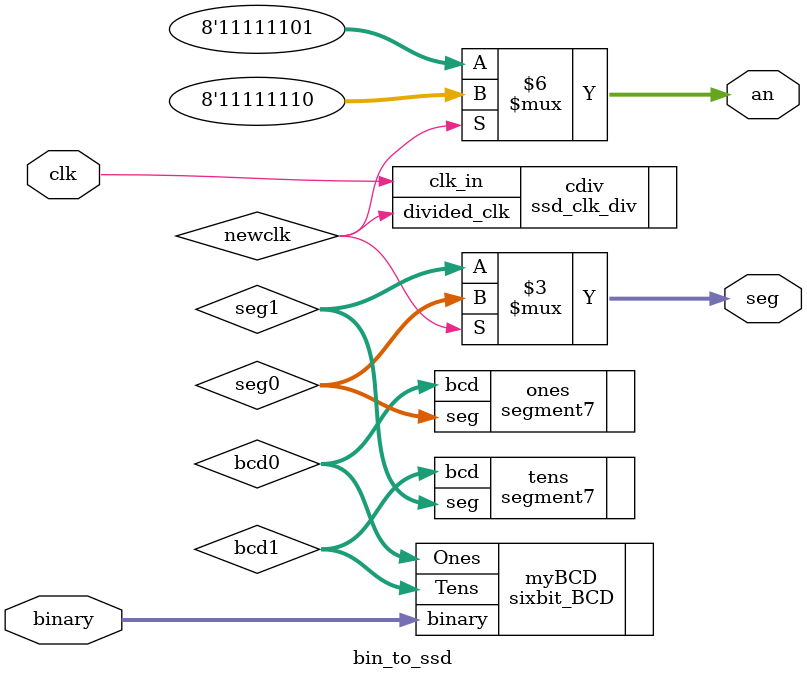
<source format=v>
`timescale 1ns / 1ps


module bin_to_ssd(
    input [5:0] binary,
    input clk,
    output reg [6:0] seg,
    output reg [7:0] an
    );
    
    wire [3:0] bcd1, bcd0;
    wire [6:0] seg1, seg0;
    wire newclk;
    
    ssd_clk_div cdiv(.clk_in(clk), .divided_clk(newclk));
    sixbit_BCD myBCD(.binary(binary), .Tens(bcd1), .Ones(bcd0));
    segment7 tens(.bcd(bcd1), .seg(seg1));
    segment7 ones(.bcd(bcd0), .seg(seg0));
    
    //assign newclk = clk;
    
    always @(newclk) begin
        if(newclk) begin
            an <= 8'b11111110;
            seg <= seg0;
        end else begin
            an <= 8'b11111101;
            seg <= seg1;
        end
     end
     
endmodule

</source>
